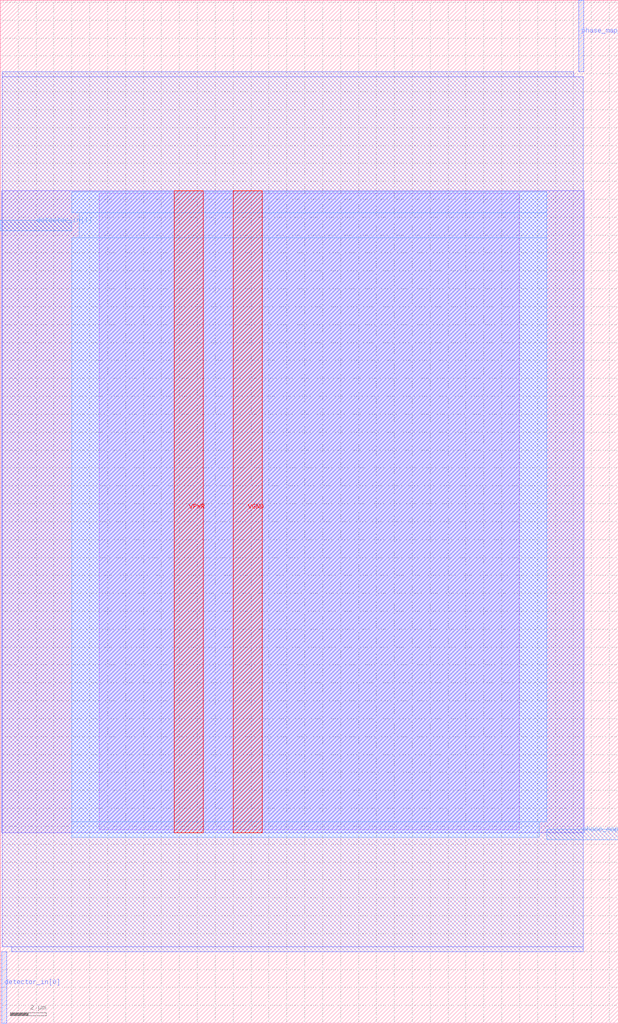
<source format=lef>
VERSION 5.7 ;
  NOWIREEXTENSIONATPIN ON ;
  DIVIDERCHAR "/" ;
  BUSBITCHARS "[]" ;
MACRO top
  CLASS BLOCK ;
  FOREIGN top ;
  ORIGIN 0.000 0.000 ;
  SIZE 34.500 BY 57.120 ;
  PIN VGND
    USE GROUND ;
    PORT
      LAYER met4 ;
        RECT 13.020 10.640 14.620 46.480 ;
    END
  END VGND
  PIN VPWR
    USE POWER ;
    PORT
      LAYER met4 ;
        RECT 9.720 10.640 11.320 46.480 ;
    END
  END VPWR
  PIN detector_in[0]
    PORT
      LAYER met2 ;
        RECT 0.090 0.000 0.370 4.000 ;
    END
  END detector_in[0]
  PIN detector_in[1]
    PORT
      LAYER met3 ;
        RECT 0.000 44.240 4.000 44.840 ;
    END
  END detector_in[1]
  PIN phase_map_out[0]
    PORT
      LAYER met2 ;
        RECT 32.290 53.120 32.570 57.120 ;
    END
  END phase_map_out[0]
  PIN phase_map_out[1]
    PORT
      LAYER met3 ;
        RECT 30.500 10.240 34.500 10.840 ;
    END
  END phase_map_out[1]
  OBS
      LAYER li1 ;
        RECT 5.520 10.795 28.980 46.325 ;
      LAYER met1 ;
        RECT 0.070 10.640 32.590 46.480 ;
      LAYER met2 ;
        RECT 0.100 52.840 32.010 53.120 ;
        RECT 0.100 4.280 32.560 52.840 ;
        RECT 0.650 4.000 32.560 4.280 ;
      LAYER met3 ;
        RECT 4.000 45.240 30.500 46.405 ;
        RECT 4.400 43.840 30.500 45.240 ;
        RECT 4.000 11.240 30.500 43.840 ;
        RECT 4.000 10.375 30.100 11.240 ;
  END
END top
END LIBRARY

</source>
